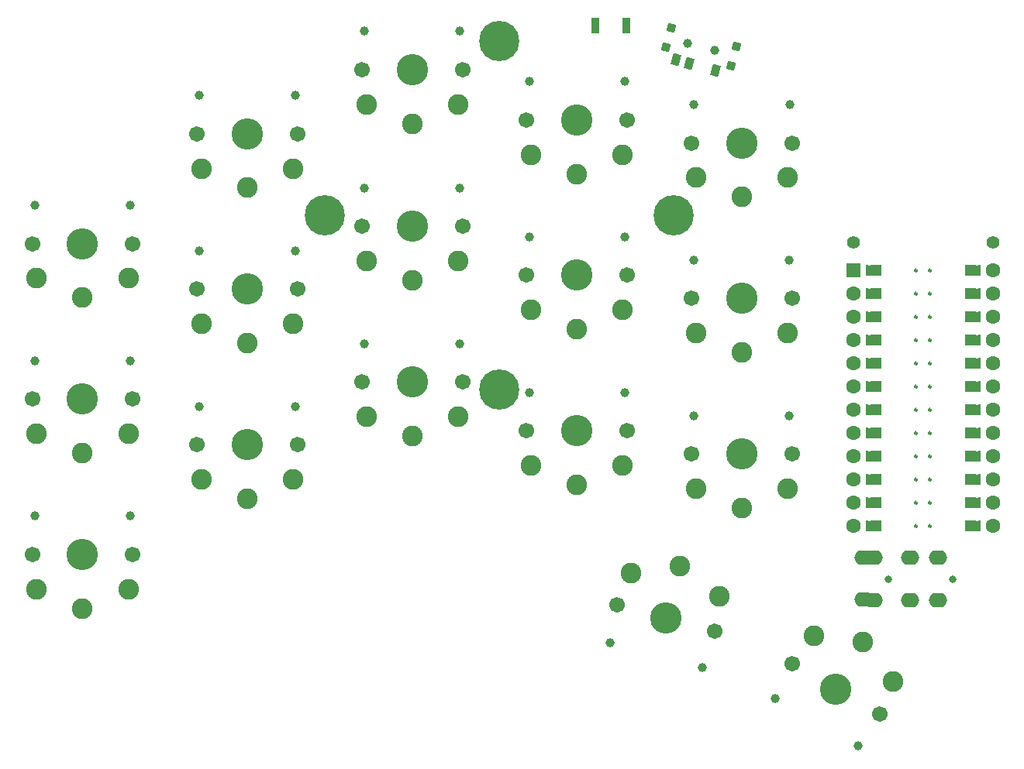
<source format=gts>
%TF.GenerationSoftware,KiCad,Pcbnew,(6.0.10-0)*%
%TF.CreationDate,2023-04-12T09:39:01-04:00*%
%TF.ProjectId,half-swept,68616c66-2d73-4776-9570-742e6b696361,rev?*%
%TF.SameCoordinates,Original*%
%TF.FileFunction,Soldermask,Top*%
%TF.FilePolarity,Negative*%
%FSLAX46Y46*%
G04 Gerber Fmt 4.6, Leading zero omitted, Abs format (unit mm)*
G04 Created by KiCad (PCBNEW (6.0.10-0)) date 2023-04-12 09:39:01*
%MOMM*%
%LPD*%
G01*
G04 APERTURE LIST*
G04 Aperture macros list*
%AMRotRect*
0 Rectangle, with rotation*
0 The origin of the aperture is its center*
0 $1 length*
0 $2 width*
0 $3 Rotation angle, in degrees counterclockwise*
0 Add horizontal line*
21,1,$1,$2,0,0,$3*%
%AMFreePoly0*
4,1,6,0.600000,0.200000,0.000000,-0.400000,-0.600000,0.200000,-0.600000,0.400000,0.600000,0.400000,0.600000,0.200000,0.600000,0.200000,$1*%
%AMFreePoly1*
4,1,6,0.600000,-0.250000,-0.600000,-0.250000,-0.600000,1.000000,0.000000,0.400000,0.600000,1.000000,0.600000,-0.250000,0.600000,-0.250000,$1*%
G04 Aperture macros list end*
%ADD10C,0.250000*%
%ADD11C,0.100000*%
%ADD12C,1.397000*%
%ADD13C,0.800000*%
%ADD14O,2.000000X1.600000*%
%ADD15C,0.990600*%
%ADD16C,1.701800*%
%ADD17C,3.429000*%
%ADD18C,2.262000*%
%ADD19C,1.600000*%
%ADD20FreePoly0,270.000000*%
%ADD21FreePoly0,90.000000*%
%ADD22R,1.600000X1.600000*%
%ADD23FreePoly1,90.000000*%
%ADD24FreePoly1,270.000000*%
%ADD25C,4.400000*%
%ADD26C,1.000000*%
%ADD27RotRect,0.900000X0.900000X344.500000*%
%ADD28RotRect,0.900000X1.250000X344.500000*%
%ADD29R,0.900000X1.700000*%
G04 APERTURE END LIST*
D10*
X118235000Y-69342000D02*
G75*
G03*
X118235000Y-69342000I-125000J0D01*
G01*
X119759000Y-56642000D02*
G75*
G03*
X119759000Y-56642000I-125000J0D01*
G01*
X118235000Y-56642000D02*
G75*
G03*
X118235000Y-56642000I-125000J0D01*
G01*
X119759000Y-76962000D02*
G75*
G03*
X119759000Y-76962000I-125000J0D01*
G01*
X118235000Y-54102000D02*
G75*
G03*
X118235000Y-54102000I-125000J0D01*
G01*
X118235000Y-76962000D02*
G75*
G03*
X118235000Y-76962000I-125000J0D01*
G01*
X119759000Y-69342000D02*
G75*
G03*
X119759000Y-69342000I-125000J0D01*
G01*
X119759000Y-51562000D02*
G75*
G03*
X119759000Y-51562000I-125000J0D01*
G01*
X118235000Y-64262000D02*
G75*
G03*
X118235000Y-64262000I-125000J0D01*
G01*
X119759000Y-74422000D02*
G75*
G03*
X119759000Y-74422000I-125000J0D01*
G01*
X119759000Y-61722000D02*
G75*
G03*
X119759000Y-61722000I-125000J0D01*
G01*
X118235000Y-66802000D02*
G75*
G03*
X118235000Y-66802000I-125000J0D01*
G01*
X118235000Y-71882000D02*
G75*
G03*
X118235000Y-71882000I-125000J0D01*
G01*
X118235000Y-61722000D02*
G75*
G03*
X118235000Y-61722000I-125000J0D01*
G01*
X119759000Y-66802000D02*
G75*
G03*
X119759000Y-66802000I-125000J0D01*
G01*
X118235000Y-49022000D02*
G75*
G03*
X118235000Y-49022000I-125000J0D01*
G01*
X119759000Y-49022000D02*
G75*
G03*
X119759000Y-49022000I-125000J0D01*
G01*
X119759000Y-64262000D02*
G75*
G03*
X119759000Y-64262000I-125000J0D01*
G01*
X118235000Y-51562000D02*
G75*
G03*
X118235000Y-51562000I-125000J0D01*
G01*
X119759000Y-54102000D02*
G75*
G03*
X119759000Y-54102000I-125000J0D01*
G01*
X119759000Y-71882000D02*
G75*
G03*
X119759000Y-71882000I-125000J0D01*
G01*
X119759000Y-59182000D02*
G75*
G03*
X119759000Y-59182000I-125000J0D01*
G01*
X118235000Y-59182000D02*
G75*
G03*
X118235000Y-59182000I-125000J0D01*
G01*
X118235000Y-74422000D02*
G75*
G03*
X118235000Y-74422000I-125000J0D01*
G01*
G36*
X113792000Y-69850000D02*
G01*
X112776000Y-69850000D01*
X112776000Y-68834000D01*
X113792000Y-68834000D01*
X113792000Y-69850000D01*
G37*
D11*
X113792000Y-69850000D02*
X112776000Y-69850000D01*
X112776000Y-68834000D01*
X113792000Y-68834000D01*
X113792000Y-69850000D01*
G36*
X113792000Y-57150000D02*
G01*
X112776000Y-57150000D01*
X112776000Y-56134000D01*
X113792000Y-56134000D01*
X113792000Y-57150000D01*
G37*
X113792000Y-57150000D02*
X112776000Y-57150000D01*
X112776000Y-56134000D01*
X113792000Y-56134000D01*
X113792000Y-57150000D01*
G36*
X113792000Y-52070000D02*
G01*
X112776000Y-52070000D01*
X112776000Y-51054000D01*
X113792000Y-51054000D01*
X113792000Y-52070000D01*
G37*
X113792000Y-52070000D02*
X112776000Y-52070000D01*
X112776000Y-51054000D01*
X113792000Y-51054000D01*
X113792000Y-52070000D01*
G36*
X113792000Y-49530000D02*
G01*
X112776000Y-49530000D01*
X112776000Y-48514000D01*
X113792000Y-48514000D01*
X113792000Y-49530000D01*
G37*
X113792000Y-49530000D02*
X112776000Y-49530000D01*
X112776000Y-48514000D01*
X113792000Y-48514000D01*
X113792000Y-49530000D01*
G36*
X113792000Y-72390000D02*
G01*
X112776000Y-72390000D01*
X112776000Y-71374000D01*
X113792000Y-71374000D01*
X113792000Y-72390000D01*
G37*
X113792000Y-72390000D02*
X112776000Y-72390000D01*
X112776000Y-71374000D01*
X113792000Y-71374000D01*
X113792000Y-72390000D01*
G36*
X124968000Y-72390000D02*
G01*
X123952000Y-72390000D01*
X123952000Y-71374000D01*
X124968000Y-71374000D01*
X124968000Y-72390000D01*
G37*
X124968000Y-72390000D02*
X123952000Y-72390000D01*
X123952000Y-71374000D01*
X124968000Y-71374000D01*
X124968000Y-72390000D01*
G36*
X124968000Y-74930000D02*
G01*
X123952000Y-74930000D01*
X123952000Y-73914000D01*
X124968000Y-73914000D01*
X124968000Y-74930000D01*
G37*
X124968000Y-74930000D02*
X123952000Y-74930000D01*
X123952000Y-73914000D01*
X124968000Y-73914000D01*
X124968000Y-74930000D01*
G36*
X124968000Y-64770000D02*
G01*
X123952000Y-64770000D01*
X123952000Y-63754000D01*
X124968000Y-63754000D01*
X124968000Y-64770000D01*
G37*
X124968000Y-64770000D02*
X123952000Y-64770000D01*
X123952000Y-63754000D01*
X124968000Y-63754000D01*
X124968000Y-64770000D01*
G36*
X113792000Y-74930000D02*
G01*
X112776000Y-74930000D01*
X112776000Y-73914000D01*
X113792000Y-73914000D01*
X113792000Y-74930000D01*
G37*
X113792000Y-74930000D02*
X112776000Y-74930000D01*
X112776000Y-73914000D01*
X113792000Y-73914000D01*
X113792000Y-74930000D01*
G36*
X124968000Y-52070000D02*
G01*
X123952000Y-52070000D01*
X123952000Y-51054000D01*
X124968000Y-51054000D01*
X124968000Y-52070000D01*
G37*
X124968000Y-52070000D02*
X123952000Y-52070000D01*
X123952000Y-51054000D01*
X124968000Y-51054000D01*
X124968000Y-52070000D01*
G36*
X113792000Y-77470000D02*
G01*
X112776000Y-77470000D01*
X112776000Y-76454000D01*
X113792000Y-76454000D01*
X113792000Y-77470000D01*
G37*
X113792000Y-77470000D02*
X112776000Y-77470000D01*
X112776000Y-76454000D01*
X113792000Y-76454000D01*
X113792000Y-77470000D01*
G36*
X124968000Y-69850000D02*
G01*
X123952000Y-69850000D01*
X123952000Y-68834000D01*
X124968000Y-68834000D01*
X124968000Y-69850000D01*
G37*
X124968000Y-69850000D02*
X123952000Y-69850000D01*
X123952000Y-68834000D01*
X124968000Y-68834000D01*
X124968000Y-69850000D01*
G36*
X113792000Y-67310000D02*
G01*
X112776000Y-67310000D01*
X112776000Y-66294000D01*
X113792000Y-66294000D01*
X113792000Y-67310000D01*
G37*
X113792000Y-67310000D02*
X112776000Y-67310000D01*
X112776000Y-66294000D01*
X113792000Y-66294000D01*
X113792000Y-67310000D01*
G36*
X113792000Y-59690000D02*
G01*
X112776000Y-59690000D01*
X112776000Y-58674000D01*
X113792000Y-58674000D01*
X113792000Y-59690000D01*
G37*
X113792000Y-59690000D02*
X112776000Y-59690000D01*
X112776000Y-58674000D01*
X113792000Y-58674000D01*
X113792000Y-59690000D01*
G36*
X113792000Y-54610000D02*
G01*
X112776000Y-54610000D01*
X112776000Y-53594000D01*
X113792000Y-53594000D01*
X113792000Y-54610000D01*
G37*
X113792000Y-54610000D02*
X112776000Y-54610000D01*
X112776000Y-53594000D01*
X113792000Y-53594000D01*
X113792000Y-54610000D01*
G36*
X124968000Y-77470000D02*
G01*
X123952000Y-77470000D01*
X123952000Y-76454000D01*
X124968000Y-76454000D01*
X124968000Y-77470000D01*
G37*
X124968000Y-77470000D02*
X123952000Y-77470000D01*
X123952000Y-76454000D01*
X124968000Y-76454000D01*
X124968000Y-77470000D01*
G36*
X124968000Y-59690000D02*
G01*
X123952000Y-59690000D01*
X123952000Y-58674000D01*
X124968000Y-58674000D01*
X124968000Y-59690000D01*
G37*
X124968000Y-59690000D02*
X123952000Y-59690000D01*
X123952000Y-58674000D01*
X124968000Y-58674000D01*
X124968000Y-59690000D01*
G36*
X124968000Y-54610000D02*
G01*
X123952000Y-54610000D01*
X123952000Y-53594000D01*
X124968000Y-53594000D01*
X124968000Y-54610000D01*
G37*
X124968000Y-54610000D02*
X123952000Y-54610000D01*
X123952000Y-53594000D01*
X124968000Y-53594000D01*
X124968000Y-54610000D01*
G36*
X124968000Y-67310000D02*
G01*
X123952000Y-67310000D01*
X123952000Y-66294000D01*
X124968000Y-66294000D01*
X124968000Y-67310000D01*
G37*
X124968000Y-67310000D02*
X123952000Y-67310000D01*
X123952000Y-66294000D01*
X124968000Y-66294000D01*
X124968000Y-67310000D01*
G36*
X113792000Y-62230000D02*
G01*
X112776000Y-62230000D01*
X112776000Y-61214000D01*
X113792000Y-61214000D01*
X113792000Y-62230000D01*
G37*
X113792000Y-62230000D02*
X112776000Y-62230000D01*
X112776000Y-61214000D01*
X113792000Y-61214000D01*
X113792000Y-62230000D01*
G36*
X113792000Y-64770000D02*
G01*
X112776000Y-64770000D01*
X112776000Y-63754000D01*
X113792000Y-63754000D01*
X113792000Y-64770000D01*
G37*
X113792000Y-64770000D02*
X112776000Y-64770000D01*
X112776000Y-63754000D01*
X113792000Y-63754000D01*
X113792000Y-64770000D01*
G36*
X124968000Y-57150000D02*
G01*
X123952000Y-57150000D01*
X123952000Y-56134000D01*
X124968000Y-56134000D01*
X124968000Y-57150000D01*
G37*
X124968000Y-57150000D02*
X123952000Y-57150000D01*
X123952000Y-56134000D01*
X124968000Y-56134000D01*
X124968000Y-57150000D01*
G36*
X124968000Y-49530000D02*
G01*
X123952000Y-49530000D01*
X123952000Y-48514000D01*
X124968000Y-48514000D01*
X124968000Y-49530000D01*
G37*
X124968000Y-49530000D02*
X123952000Y-49530000D01*
X123952000Y-48514000D01*
X124968000Y-48514000D01*
X124968000Y-49530000D01*
G36*
X124968000Y-62230000D02*
G01*
X123952000Y-62230000D01*
X123952000Y-61214000D01*
X124968000Y-61214000D01*
X124968000Y-62230000D01*
G37*
X124968000Y-62230000D02*
X123952000Y-62230000D01*
X123952000Y-61214000D01*
X124968000Y-61214000D01*
X124968000Y-62230000D01*
D12*
X126492000Y-45974000D03*
X111252000Y-45974000D03*
D13*
X122098000Y-82750000D03*
X115098000Y-82750000D03*
D14*
X117478000Y-80420000D03*
X117498000Y-85050000D03*
X120498000Y-85050000D03*
X120478000Y-80420000D03*
X112398000Y-80450000D03*
X112378000Y-85020000D03*
X113478000Y-80420000D03*
X113498000Y-85050000D03*
D15*
X32300000Y-41880000D03*
D16*
X21580000Y-46080000D03*
D15*
X21860000Y-41880000D03*
D17*
X27080000Y-46080000D03*
D16*
X32580000Y-46080000D03*
D18*
X27080000Y-51980000D03*
X32080000Y-49880000D03*
X22080000Y-49880000D03*
D16*
X39580000Y-34080000D03*
D15*
X39860000Y-29880000D03*
D17*
X45080000Y-34080000D03*
D16*
X50580000Y-34080000D03*
D15*
X50300000Y-29880000D03*
D18*
X45080000Y-39980000D03*
X40080000Y-37880000D03*
X50080000Y-37880000D03*
D16*
X68580000Y-27080000D03*
X57580000Y-27080000D03*
D17*
X63080000Y-27080000D03*
D15*
X68300000Y-22880000D03*
X57860000Y-22880000D03*
D18*
X63080000Y-32980000D03*
X58080000Y-30880000D03*
X68080000Y-30880000D03*
D16*
X86580000Y-32580000D03*
D17*
X81080000Y-32580000D03*
D15*
X86300000Y-28380000D03*
D16*
X75580000Y-32580000D03*
D15*
X75860000Y-28380000D03*
D18*
X81080000Y-38480000D03*
X76080000Y-36380000D03*
X86080000Y-36380000D03*
D16*
X93580000Y-35080000D03*
D15*
X104300000Y-30880000D03*
X93860000Y-30880000D03*
D16*
X104580000Y-35080000D03*
D17*
X99080000Y-35080000D03*
D18*
X99080000Y-40980000D03*
X104080000Y-38880000D03*
X94080000Y-38880000D03*
D16*
X21580000Y-63080000D03*
X32580000Y-63080000D03*
D17*
X27080000Y-63080000D03*
D15*
X21860000Y-58880000D03*
X32300000Y-58880000D03*
D18*
X27080000Y-68980000D03*
X32080000Y-66880000D03*
X22080000Y-66880000D03*
D16*
X50580000Y-51054000D03*
D15*
X39860000Y-46854000D03*
D16*
X39580000Y-51054000D03*
D17*
X45080000Y-51054000D03*
D15*
X50300000Y-46854000D03*
D18*
X45080000Y-56954000D03*
X40080000Y-54854000D03*
X50080000Y-54854000D03*
D16*
X68580000Y-44196000D03*
X57580000Y-44196000D03*
D15*
X68300000Y-39996000D03*
D17*
X63080000Y-44196000D03*
D15*
X57860000Y-39996000D03*
D18*
X63080000Y-50096000D03*
X68080000Y-47996000D03*
X58080000Y-47996000D03*
D15*
X86300000Y-45330000D03*
X75860000Y-45330000D03*
D16*
X86580000Y-49530000D03*
X75580000Y-49530000D03*
D17*
X81080000Y-49530000D03*
D18*
X81080000Y-55430000D03*
X86080000Y-53330000D03*
X76080000Y-53330000D03*
D17*
X99060000Y-52070000D03*
D15*
X104280000Y-47870000D03*
D16*
X104560000Y-52070000D03*
D15*
X93840000Y-47870000D03*
D16*
X93560000Y-52070000D03*
D18*
X99060000Y-57970000D03*
X94060000Y-55870000D03*
X104060000Y-55870000D03*
D16*
X21580000Y-80080000D03*
D15*
X32300000Y-75880000D03*
D17*
X27080000Y-80080000D03*
D16*
X32580000Y-80080000D03*
D15*
X21860000Y-75880000D03*
D18*
X27080000Y-85980000D03*
X22080000Y-83880000D03*
X32080000Y-83880000D03*
D17*
X45080000Y-68072000D03*
D15*
X39860000Y-63872000D03*
D16*
X50580000Y-68072000D03*
X39580000Y-68072000D03*
D15*
X50300000Y-63872000D03*
D18*
X45080000Y-73972000D03*
X50080000Y-71872000D03*
X40080000Y-71872000D03*
D15*
X57860000Y-57014000D03*
D17*
X63080000Y-61214000D03*
D16*
X57580000Y-61214000D03*
D15*
X68300000Y-57014000D03*
D16*
X68580000Y-61214000D03*
D18*
X63080000Y-67114000D03*
X58080000Y-65014000D03*
X68080000Y-65014000D03*
D16*
X86580000Y-66548000D03*
D17*
X81080000Y-66548000D03*
D15*
X86300000Y-62348000D03*
X75860000Y-62348000D03*
D16*
X75580000Y-66548000D03*
D18*
X81080000Y-72448000D03*
X76080000Y-70348000D03*
X86080000Y-70348000D03*
D15*
X104280000Y-64888000D03*
X93840000Y-64888000D03*
D16*
X93560000Y-69088000D03*
D17*
X99060000Y-69088000D03*
D16*
X104560000Y-69088000D03*
D18*
X99060000Y-74988000D03*
X94060000Y-72888000D03*
X104060000Y-72888000D03*
D16*
X104592860Y-92030000D03*
D15*
X102735347Y-95807307D03*
X111776653Y-101027307D03*
D17*
X109356000Y-94780000D03*
D16*
X114119140Y-97530000D03*
D18*
X112306000Y-89670450D03*
X115586127Y-93989103D03*
X106925873Y-88989103D03*
D15*
X84666827Y-89735853D03*
D16*
X96108592Y-88453505D03*
D15*
X94751093Y-92437924D03*
D16*
X85483408Y-85606495D03*
D17*
X90796000Y-87030000D03*
D18*
X92323032Y-81331038D03*
X86949883Y-82065387D03*
X96609142Y-84653577D03*
D19*
X111252000Y-74422000D03*
D20*
X124714000Y-69342000D03*
X124714000Y-54102000D03*
D19*
X126492000Y-64262000D03*
X111252000Y-51562000D03*
D21*
X113030000Y-51562000D03*
X113030000Y-59182000D03*
D19*
X126492000Y-49022000D03*
D21*
X113030000Y-74422000D03*
D19*
X111252000Y-54102000D03*
X126492000Y-51562000D03*
D20*
X124714000Y-64262000D03*
D19*
X126492000Y-69342000D03*
D22*
X111252000Y-49022000D03*
D21*
X113030000Y-56642000D03*
D19*
X111252000Y-59182000D03*
D21*
X113030000Y-49022000D03*
D19*
X126492000Y-66802000D03*
X126492000Y-56642000D03*
X126492000Y-74422000D03*
X111252000Y-61722000D03*
D20*
X124714000Y-74422000D03*
D21*
X113030000Y-54102000D03*
D20*
X124714000Y-59182000D03*
X124714000Y-61722000D03*
X124714000Y-71882000D03*
D21*
X113030000Y-76962000D03*
X113030000Y-71882000D03*
D19*
X111252000Y-69342000D03*
X126492000Y-76962000D03*
D21*
X113030000Y-69342000D03*
D19*
X111252000Y-66802000D03*
D20*
X124714000Y-51562000D03*
D21*
X113030000Y-64262000D03*
D19*
X111252000Y-56642000D03*
X126492000Y-61722000D03*
X126492000Y-54102000D03*
D20*
X124714000Y-49022000D03*
D19*
X126492000Y-71882000D03*
X126492000Y-59182000D03*
D21*
X113030000Y-61722000D03*
D19*
X111252000Y-64262000D03*
X111252000Y-76962000D03*
D21*
X113030000Y-66802000D03*
D20*
X124714000Y-76962000D03*
X124714000Y-66802000D03*
D19*
X111252000Y-71882000D03*
D20*
X124714000Y-56642000D03*
D19*
X111252000Y-49022000D03*
D23*
X114046000Y-49022000D03*
X114046000Y-51562000D03*
X114046000Y-54102000D03*
X114046000Y-56642000D03*
X114046000Y-59182000D03*
X114046000Y-61722000D03*
X114046000Y-64262000D03*
X114046000Y-66802000D03*
X114046000Y-69342000D03*
X114046000Y-71882000D03*
X114046000Y-74422000D03*
X114046000Y-76962000D03*
D24*
X123698000Y-76962000D03*
X123698000Y-74422000D03*
X123698000Y-71882000D03*
X123698000Y-69342000D03*
X123698000Y-66802000D03*
X123698000Y-64262000D03*
X123698000Y-61722000D03*
X123698000Y-59182000D03*
X123698000Y-56642000D03*
X123698000Y-54102000D03*
X123698000Y-51562000D03*
X123698000Y-49022000D03*
D25*
X72580000Y-23930000D03*
X72580000Y-62030000D03*
X91630000Y-42980000D03*
X53530000Y-42980000D03*
D26*
X93194954Y-24169715D03*
X96085846Y-24971431D03*
D27*
X98499795Y-24499361D03*
X90781005Y-24641785D03*
X97911870Y-26619348D03*
X91368930Y-22521798D03*
D28*
X96254049Y-27171393D03*
X93363158Y-26369676D03*
X91917712Y-25968820D03*
D29*
X83085200Y-22250400D03*
X86485200Y-22250400D03*
M02*

</source>
